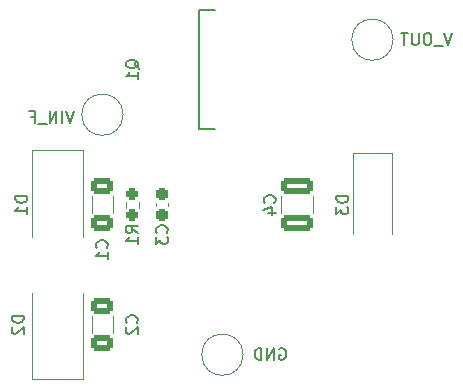
<source format=gbo>
G04 #@! TF.GenerationSoftware,KiCad,Pcbnew,(6.0.10)*
G04 #@! TF.CreationDate,2023-01-16T22:35:13+01:00*
G04 #@! TF.ProjectId,IdealDiode,49646561-6c44-4696-9f64-652e6b696361,rev?*
G04 #@! TF.SameCoordinates,Original*
G04 #@! TF.FileFunction,Legend,Bot*
G04 #@! TF.FilePolarity,Positive*
%FSLAX46Y46*%
G04 Gerber Fmt 4.6, Leading zero omitted, Abs format (unit mm)*
G04 Created by KiCad (PCBNEW (6.0.10)) date 2023-01-16 22:35:13*
%MOMM*%
%LPD*%
G01*
G04 APERTURE LIST*
G04 Aperture macros list*
%AMRoundRect*
0 Rectangle with rounded corners*
0 $1 Rounding radius*
0 $2 $3 $4 $5 $6 $7 $8 $9 X,Y pos of 4 corners*
0 Add a 4 corners polygon primitive as box body*
4,1,4,$2,$3,$4,$5,$6,$7,$8,$9,$2,$3,0*
0 Add four circle primitives for the rounded corners*
1,1,$1+$1,$2,$3*
1,1,$1+$1,$4,$5*
1,1,$1+$1,$6,$7*
1,1,$1+$1,$8,$9*
0 Add four rect primitives between the rounded corners*
20,1,$1+$1,$2,$3,$4,$5,0*
20,1,$1+$1,$4,$5,$6,$7,0*
20,1,$1+$1,$6,$7,$8,$9,0*
20,1,$1+$1,$8,$9,$2,$3,0*%
G04 Aperture macros list end*
%ADD10C,0.150000*%
%ADD11C,0.120000*%
%ADD12C,0.200000*%
%ADD13R,2.550000X2.550000*%
%ADD14C,2.550000*%
%ADD15C,1.803400*%
%ADD16RoundRect,0.250000X-0.650000X0.412500X-0.650000X-0.412500X0.650000X-0.412500X0.650000X0.412500X0*%
%ADD17R,2.500000X2.500000*%
%ADD18R,8.500000X11.000000*%
%ADD19R,2.300000X3.500000*%
%ADD20C,3.000000*%
%ADD21RoundRect,0.237500X-0.237500X0.250000X-0.237500X-0.250000X0.237500X-0.250000X0.237500X0.250000X0*%
%ADD22RoundRect,0.250000X-1.100000X0.412500X-1.100000X-0.412500X1.100000X-0.412500X1.100000X0.412500X0*%
%ADD23RoundRect,0.237500X-0.237500X0.300000X-0.237500X-0.300000X0.237500X-0.300000X0.237500X0.300000X0*%
%ADD24R,1.800000X3.500000*%
G04 APERTURE END LIST*
D10*
X131167142Y-95083333D02*
X131214761Y-95035714D01*
X131262380Y-94892857D01*
X131262380Y-94797619D01*
X131214761Y-94654761D01*
X131119523Y-94559523D01*
X131024285Y-94511904D01*
X130833809Y-94464285D01*
X130690952Y-94464285D01*
X130500476Y-94511904D01*
X130405238Y-94559523D01*
X130310000Y-94654761D01*
X130262380Y-94797619D01*
X130262380Y-94892857D01*
X130310000Y-95035714D01*
X130357619Y-95083333D01*
X130357619Y-95464285D02*
X130310000Y-95511904D01*
X130262380Y-95607142D01*
X130262380Y-95845238D01*
X130310000Y-95940476D01*
X130357619Y-95988095D01*
X130452857Y-96035714D01*
X130548095Y-96035714D01*
X130690952Y-95988095D01*
X131262380Y-95416666D01*
X131262380Y-96035714D01*
X131357619Y-73564761D02*
X131310000Y-73469523D01*
X131214761Y-73374285D01*
X131071904Y-73231428D01*
X131024285Y-73136190D01*
X131024285Y-73040952D01*
X131262380Y-73088571D02*
X131214761Y-72993333D01*
X131119523Y-72898095D01*
X130929047Y-72850476D01*
X130595714Y-72850476D01*
X130405238Y-72898095D01*
X130310000Y-72993333D01*
X130262380Y-73088571D01*
X130262380Y-73279047D01*
X130310000Y-73374285D01*
X130405238Y-73469523D01*
X130595714Y-73517142D01*
X130929047Y-73517142D01*
X131119523Y-73469523D01*
X131214761Y-73374285D01*
X131262380Y-73279047D01*
X131262380Y-73088571D01*
X131262380Y-74469523D02*
X131262380Y-73898095D01*
X131262380Y-74183809D02*
X130262380Y-74183809D01*
X130405238Y-74088571D01*
X130500476Y-73993333D01*
X130548095Y-73898095D01*
X121610380Y-94511904D02*
X120610380Y-94511904D01*
X120610380Y-94750000D01*
X120658000Y-94892857D01*
X120753238Y-94988095D01*
X120848476Y-95035714D01*
X121038952Y-95083333D01*
X121181809Y-95083333D01*
X121372285Y-95035714D01*
X121467523Y-94988095D01*
X121562761Y-94892857D01*
X121610380Y-94750000D01*
X121610380Y-94511904D01*
X120705619Y-95464285D02*
X120658000Y-95511904D01*
X120610380Y-95607142D01*
X120610380Y-95845238D01*
X120658000Y-95940476D01*
X120705619Y-95988095D01*
X120800857Y-96035714D01*
X120896095Y-96035714D01*
X121038952Y-95988095D01*
X121610380Y-95416666D01*
X121610380Y-96035714D01*
X143255904Y-97290000D02*
X143351142Y-97242380D01*
X143494000Y-97242380D01*
X143636857Y-97290000D01*
X143732095Y-97385238D01*
X143779714Y-97480476D01*
X143827333Y-97670952D01*
X143827333Y-97813809D01*
X143779714Y-98004285D01*
X143732095Y-98099523D01*
X143636857Y-98194761D01*
X143494000Y-98242380D01*
X143398761Y-98242380D01*
X143255904Y-98194761D01*
X143208285Y-98147142D01*
X143208285Y-97813809D01*
X143398761Y-97813809D01*
X142779714Y-98242380D02*
X142779714Y-97242380D01*
X142208285Y-98242380D01*
X142208285Y-97242380D01*
X141732095Y-98242380D02*
X141732095Y-97242380D01*
X141494000Y-97242380D01*
X141351142Y-97290000D01*
X141255904Y-97385238D01*
X141208285Y-97480476D01*
X141160666Y-97670952D01*
X141160666Y-97813809D01*
X141208285Y-98004285D01*
X141255904Y-98099523D01*
X141351142Y-98194761D01*
X141494000Y-98242380D01*
X141732095Y-98242380D01*
X131262380Y-87463333D02*
X130786190Y-87130000D01*
X131262380Y-86891904D02*
X130262380Y-86891904D01*
X130262380Y-87272857D01*
X130310000Y-87368095D01*
X130357619Y-87415714D01*
X130452857Y-87463333D01*
X130595714Y-87463333D01*
X130690952Y-87415714D01*
X130738571Y-87368095D01*
X130786190Y-87272857D01*
X130786190Y-86891904D01*
X131262380Y-88415714D02*
X131262380Y-87844285D01*
X131262380Y-88130000D02*
X130262380Y-88130000D01*
X130405238Y-88034761D01*
X130500476Y-87939523D01*
X130548095Y-87844285D01*
X125856761Y-77176380D02*
X125523428Y-78176380D01*
X125190095Y-77176380D01*
X124856761Y-78176380D02*
X124856761Y-77176380D01*
X124380571Y-78176380D02*
X124380571Y-77176380D01*
X123809142Y-78176380D01*
X123809142Y-77176380D01*
X123571047Y-78271619D02*
X122809142Y-78271619D01*
X122237714Y-77652571D02*
X122571047Y-77652571D01*
X122571047Y-78176380D02*
X122571047Y-77176380D01*
X122094857Y-77176380D01*
X142837142Y-84923333D02*
X142884761Y-84875714D01*
X142932380Y-84732857D01*
X142932380Y-84637619D01*
X142884761Y-84494761D01*
X142789523Y-84399523D01*
X142694285Y-84351904D01*
X142503809Y-84304285D01*
X142360952Y-84304285D01*
X142170476Y-84351904D01*
X142075238Y-84399523D01*
X141980000Y-84494761D01*
X141932380Y-84637619D01*
X141932380Y-84732857D01*
X141980000Y-84875714D01*
X142027619Y-84923333D01*
X142265714Y-85780476D02*
X142932380Y-85780476D01*
X141884761Y-85542380D02*
X142599047Y-85304285D01*
X142599047Y-85923333D01*
X157844857Y-70572380D02*
X157511523Y-71572380D01*
X157178190Y-70572380D01*
X157082952Y-71667619D02*
X156321047Y-71667619D01*
X155892476Y-70572380D02*
X155702000Y-70572380D01*
X155606761Y-70620000D01*
X155511523Y-70715238D01*
X155463904Y-70905714D01*
X155463904Y-71239047D01*
X155511523Y-71429523D01*
X155606761Y-71524761D01*
X155702000Y-71572380D01*
X155892476Y-71572380D01*
X155987714Y-71524761D01*
X156082952Y-71429523D01*
X156130571Y-71239047D01*
X156130571Y-70905714D01*
X156082952Y-70715238D01*
X155987714Y-70620000D01*
X155892476Y-70572380D01*
X155035333Y-70572380D02*
X155035333Y-71381904D01*
X154987714Y-71477142D01*
X154940095Y-71524761D01*
X154844857Y-71572380D01*
X154654380Y-71572380D01*
X154559142Y-71524761D01*
X154511523Y-71477142D01*
X154463904Y-71381904D01*
X154463904Y-70572380D01*
X154130571Y-70572380D02*
X153559142Y-70572380D01*
X153844857Y-71572380D02*
X153844857Y-70572380D01*
X121912380Y-84351904D02*
X120912380Y-84351904D01*
X120912380Y-84590000D01*
X120960000Y-84732857D01*
X121055238Y-84828095D01*
X121150476Y-84875714D01*
X121340952Y-84923333D01*
X121483809Y-84923333D01*
X121674285Y-84875714D01*
X121769523Y-84828095D01*
X121864761Y-84732857D01*
X121912380Y-84590000D01*
X121912380Y-84351904D01*
X121912380Y-85875714D02*
X121912380Y-85304285D01*
X121912380Y-85590000D02*
X120912380Y-85590000D01*
X121055238Y-85494761D01*
X121150476Y-85399523D01*
X121198095Y-85304285D01*
X128627142Y-88733333D02*
X128674761Y-88685714D01*
X128722380Y-88542857D01*
X128722380Y-88447619D01*
X128674761Y-88304761D01*
X128579523Y-88209523D01*
X128484285Y-88161904D01*
X128293809Y-88114285D01*
X128150952Y-88114285D01*
X127960476Y-88161904D01*
X127865238Y-88209523D01*
X127770000Y-88304761D01*
X127722380Y-88447619D01*
X127722380Y-88542857D01*
X127770000Y-88685714D01*
X127817619Y-88733333D01*
X128722380Y-89685714D02*
X128722380Y-89114285D01*
X128722380Y-89400000D02*
X127722380Y-89400000D01*
X127865238Y-89304761D01*
X127960476Y-89209523D01*
X128008095Y-89114285D01*
X133707142Y-87463333D02*
X133754761Y-87415714D01*
X133802380Y-87272857D01*
X133802380Y-87177619D01*
X133754761Y-87034761D01*
X133659523Y-86939523D01*
X133564285Y-86891904D01*
X133373809Y-86844285D01*
X133230952Y-86844285D01*
X133040476Y-86891904D01*
X132945238Y-86939523D01*
X132850000Y-87034761D01*
X132802380Y-87177619D01*
X132802380Y-87272857D01*
X132850000Y-87415714D01*
X132897619Y-87463333D01*
X132802380Y-87796666D02*
X132802380Y-88415714D01*
X133183333Y-88082380D01*
X133183333Y-88225238D01*
X133230952Y-88320476D01*
X133278571Y-88368095D01*
X133373809Y-88415714D01*
X133611904Y-88415714D01*
X133707142Y-88368095D01*
X133754761Y-88320476D01*
X133802380Y-88225238D01*
X133802380Y-87939523D01*
X133754761Y-87844285D01*
X133707142Y-87796666D01*
X149082380Y-84351904D02*
X148082380Y-84351904D01*
X148082380Y-84590000D01*
X148130000Y-84732857D01*
X148225238Y-84828095D01*
X148320476Y-84875714D01*
X148510952Y-84923333D01*
X148653809Y-84923333D01*
X148844285Y-84875714D01*
X148939523Y-84828095D01*
X149034761Y-84732857D01*
X149082380Y-84590000D01*
X149082380Y-84351904D01*
X148082380Y-85256666D02*
X148082380Y-85875714D01*
X148463333Y-85542380D01*
X148463333Y-85685238D01*
X148510952Y-85780476D01*
X148558571Y-85828095D01*
X148653809Y-85875714D01*
X148891904Y-85875714D01*
X148987142Y-85828095D01*
X149034761Y-85780476D01*
X149082380Y-85685238D01*
X149082380Y-85399523D01*
X149034761Y-85304285D01*
X148987142Y-85256666D01*
D11*
X129180000Y-94538748D02*
X129180000Y-95961252D01*
X127360000Y-94538748D02*
X127360000Y-95961252D01*
D12*
X136490000Y-68610000D02*
X137790000Y-68610000D01*
X136490000Y-78710000D02*
X136490000Y-68610000D01*
X137790000Y-78710000D02*
X136490000Y-78710000D01*
D11*
X122310000Y-99850000D02*
X122310000Y-92550000D01*
X126610000Y-99850000D02*
X126610000Y-92550000D01*
X126610000Y-99850000D02*
X122310000Y-99850000D01*
X140180000Y-97790000D02*
G75*
G03*
X140180000Y-97790000I-1750000J0D01*
G01*
X130287500Y-84835276D02*
X130287500Y-85344724D01*
X131332500Y-84835276D02*
X131332500Y-85344724D01*
X130020000Y-77470000D02*
G75*
G03*
X130020000Y-77470000I-1750000J0D01*
G01*
X143420000Y-84378748D02*
X143420000Y-85801252D01*
X146140000Y-84378748D02*
X146140000Y-85801252D01*
X152880000Y-71120000D02*
G75*
G03*
X152880000Y-71120000I-1750000J0D01*
G01*
X122310000Y-80490000D02*
X126610000Y-80490000D01*
X126610000Y-80490000D02*
X126610000Y-87790000D01*
X122310000Y-80490000D02*
X122310000Y-87790000D01*
X127360000Y-84378748D02*
X127360000Y-85801252D01*
X129180000Y-84378748D02*
X129180000Y-85801252D01*
X132840000Y-84943733D02*
X132840000Y-85236267D01*
X133860000Y-84943733D02*
X133860000Y-85236267D01*
X149480000Y-80690000D02*
X152780000Y-80690000D01*
X149480000Y-80690000D02*
X149480000Y-87590000D01*
X152780000Y-80690000D02*
X152780000Y-87590000D01*
%LPC*%
D13*
X119027800Y-83819850D03*
D14*
X109527800Y-90169850D03*
D15*
X127812800Y-72488350D03*
X115316000Y-72488350D03*
D13*
X151025000Y-76535000D03*
D14*
X160525000Y-70185000D03*
D16*
X128270000Y-93687500D03*
X128270000Y-96812500D03*
D17*
X133740000Y-75960000D03*
D18*
X142240000Y-73660000D03*
D17*
X133740000Y-71360000D03*
D19*
X124460000Y-97950000D03*
X124460000Y-92550000D03*
D20*
X138430000Y-97790000D03*
D21*
X130810000Y-84177500D03*
X130810000Y-86002500D03*
D20*
X128270000Y-77470000D03*
D22*
X144780000Y-83527500D03*
X144780000Y-86652500D03*
D20*
X151130000Y-71120000D03*
D19*
X124460000Y-82390000D03*
X124460000Y-87790000D03*
D16*
X128270000Y-83527500D03*
X128270000Y-86652500D03*
D23*
X133350000Y-84227500D03*
X133350000Y-85952500D03*
D24*
X151130000Y-82590000D03*
X151130000Y-87590000D03*
M02*

</source>
